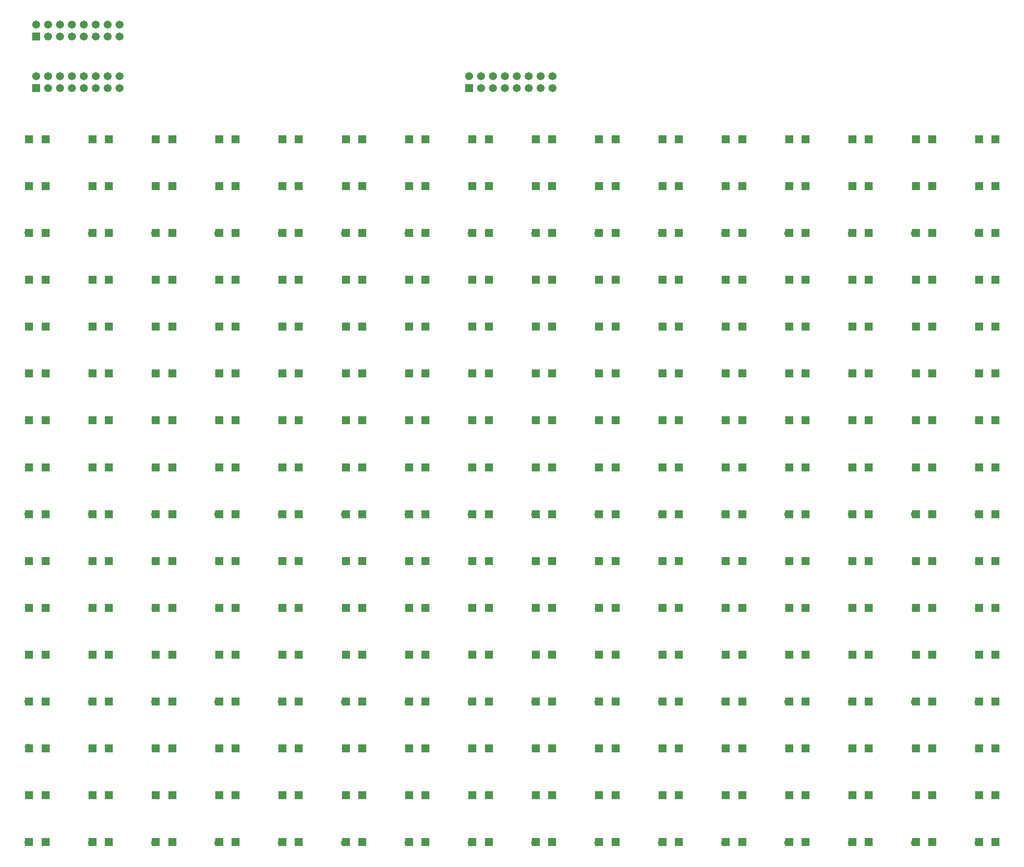
<source format=gbr>
G04 Layer_Color=8388736*
%FSLAX45Y45*%
%MOMM*%
%TF.FileFunction,Soldermask,Top*%
%TF.Part,Single*%
G01*
G75*
%TA.AperFunction,SMDPad,CuDef*%
%ADD18R,1.70320X1.70320*%
%TA.AperFunction,ComponentPad*%
%ADD19R,1.70320X1.70320*%
%ADD20C,1.70320*%
%TA.AperFunction,ViaPad*%
%ADD21C,1.47320*%
D18*
X14117000Y12625400D02*
D03*
X14467001D02*
D03*
X27616998Y11625402D02*
D03*
X27967001D02*
D03*
X28966998Y11625397D02*
D03*
X29317001D02*
D03*
X19516998Y11625402D02*
D03*
X19867001D02*
D03*
X28966998Y26625397D02*
D03*
X29317001D02*
D03*
X27616992D02*
D03*
X27966995D02*
D03*
X26266998D02*
D03*
X26617001D02*
D03*
X24916998D02*
D03*
X25267001D02*
D03*
X23566998D02*
D03*
X23917001D02*
D03*
X22216994D02*
D03*
X22566995D02*
D03*
X20866998D02*
D03*
X21217001D02*
D03*
X19516998D02*
D03*
X19867001D02*
D03*
X18166998D02*
D03*
X18517001D02*
D03*
X16817000D02*
D03*
X17167001D02*
D03*
X15467000D02*
D03*
X15817001D02*
D03*
X14117000D02*
D03*
X14467001D02*
D03*
X12767000D02*
D03*
X13117001D02*
D03*
X11417000D02*
D03*
X11767002D02*
D03*
X10067000D02*
D03*
X10417002D02*
D03*
X8716996D02*
D03*
X9066997D02*
D03*
X28966998Y25625394D02*
D03*
X29317001D02*
D03*
X27616992D02*
D03*
X27966995D02*
D03*
X26266992D02*
D03*
X26616995D02*
D03*
X24916994D02*
D03*
X25266995D02*
D03*
X23566998D02*
D03*
X23917001D02*
D03*
X22216994D02*
D03*
X22566995D02*
D03*
X20866998D02*
D03*
X21217001D02*
D03*
X19516998D02*
D03*
X19867001D02*
D03*
X18166998D02*
D03*
X18517001D02*
D03*
X16816995D02*
D03*
X17166995D02*
D03*
X15466995D02*
D03*
X15816997D02*
D03*
X14117000D02*
D03*
X14467001D02*
D03*
X12767000D02*
D03*
X13117001D02*
D03*
X11417000D02*
D03*
X11767002D02*
D03*
X10067000D02*
D03*
X10417002D02*
D03*
X8717001D02*
D03*
X9067002D02*
D03*
X28966998Y24625397D02*
D03*
X29317001D02*
D03*
X27616992D02*
D03*
X27966995D02*
D03*
X26266992D02*
D03*
X26616995D02*
D03*
X24916994D02*
D03*
X25266995D02*
D03*
X23566994D02*
D03*
X23916995D02*
D03*
X22216998D02*
D03*
X22567001D02*
D03*
X20866994D02*
D03*
X21216995D02*
D03*
X19516998D02*
D03*
X19867001D02*
D03*
X18166994D02*
D03*
X18516995D02*
D03*
X16816995D02*
D03*
X17166995D02*
D03*
X15466995D02*
D03*
X15816997D02*
D03*
X14117000D02*
D03*
X14467001D02*
D03*
X12767000D02*
D03*
X13117001D02*
D03*
X11417000D02*
D03*
X11767002D02*
D03*
X10067000D02*
D03*
X10417002D02*
D03*
X8716996D02*
D03*
X9066997D02*
D03*
X28966998Y23625398D02*
D03*
X29317001D02*
D03*
X27616998Y23625394D02*
D03*
X27967001D02*
D03*
X26266998D02*
D03*
X26617001D02*
D03*
X24916998D02*
D03*
X25267001D02*
D03*
X23566998D02*
D03*
X23917001D02*
D03*
X22216994D02*
D03*
X22566995D02*
D03*
X20866994D02*
D03*
X21216995D02*
D03*
X19516994D02*
D03*
X19866995D02*
D03*
X18166998D02*
D03*
X18517001D02*
D03*
X16816995D02*
D03*
X17166995D02*
D03*
X15466995D02*
D03*
X15816997D02*
D03*
X14116995D02*
D03*
X14466997D02*
D03*
X12767000D02*
D03*
X13117001D02*
D03*
X11416995D02*
D03*
X11766997D02*
D03*
X10067000D02*
D03*
X10417002D02*
D03*
X8717001D02*
D03*
X9067002D02*
D03*
X28966998Y22625395D02*
D03*
X29317001D02*
D03*
X27616998D02*
D03*
X27967001D02*
D03*
X26266998D02*
D03*
X26617001D02*
D03*
X24916998D02*
D03*
X25267001D02*
D03*
X23566998D02*
D03*
X23917001D02*
D03*
X22216994D02*
D03*
X22566995D02*
D03*
X20866994D02*
D03*
X21216995D02*
D03*
X19516998D02*
D03*
X19867001D02*
D03*
X18166994D02*
D03*
X18516995D02*
D03*
X16817000D02*
D03*
X17167001D02*
D03*
X15467000D02*
D03*
X15817001D02*
D03*
X14117000D02*
D03*
X14467001D02*
D03*
X12767000D02*
D03*
X13117001D02*
D03*
X11417000D02*
D03*
X11767002D02*
D03*
X10067000D02*
D03*
X10417002D02*
D03*
X8717001D02*
D03*
X9067002D02*
D03*
X28966998Y21625397D02*
D03*
X29317001D02*
D03*
X27616992D02*
D03*
X27966995D02*
D03*
X26266992D02*
D03*
X26616995D02*
D03*
X24916994D02*
D03*
X25266995D02*
D03*
X23566994D02*
D03*
X23916995D02*
D03*
X22216994D02*
D03*
X22566995D02*
D03*
X20866998D02*
D03*
X21217001D02*
D03*
X19516994D02*
D03*
X19866995D02*
D03*
X18166994D02*
D03*
X18516995D02*
D03*
X16816995D02*
D03*
X17166995D02*
D03*
X15466995D02*
D03*
X15816997D02*
D03*
X14117000D02*
D03*
X14467001D02*
D03*
X12767000D02*
D03*
X13117001D02*
D03*
X11416995D02*
D03*
X11766997D02*
D03*
X10067000D02*
D03*
X10417002D02*
D03*
X8717001D02*
D03*
X9067002D02*
D03*
X28966998Y20625398D02*
D03*
X29317001D02*
D03*
X27616992Y20625394D02*
D03*
X27966995D02*
D03*
X26266992D02*
D03*
X26616995D02*
D03*
X24916994D02*
D03*
X25266995D02*
D03*
X23566994D02*
D03*
X23916995D02*
D03*
X22216994D02*
D03*
X22566995D02*
D03*
X20866994D02*
D03*
X21216995D02*
D03*
X19516994D02*
D03*
X19866995D02*
D03*
X18166994D02*
D03*
X18516995D02*
D03*
X16816995D02*
D03*
X17166995D02*
D03*
X15466995D02*
D03*
X15816997D02*
D03*
X14117000D02*
D03*
X14467001D02*
D03*
X12766995D02*
D03*
X13116997D02*
D03*
X11416995D02*
D03*
X11766997D02*
D03*
X10066995D02*
D03*
X10416997D02*
D03*
X8716996D02*
D03*
X9066997D02*
D03*
X28966998Y19625397D02*
D03*
X29317001D02*
D03*
X27616992D02*
D03*
X27966995D02*
D03*
X26266992D02*
D03*
X26616995D02*
D03*
X24916994D02*
D03*
X25266995D02*
D03*
X23566994D02*
D03*
X23916995D02*
D03*
X22216998D02*
D03*
X22567001D02*
D03*
X20866998D02*
D03*
X21217001D02*
D03*
X19516998D02*
D03*
X19867001D02*
D03*
X18166994D02*
D03*
X18516995D02*
D03*
X16816995D02*
D03*
X17166995D02*
D03*
X15466995D02*
D03*
X15816997D02*
D03*
X14116995D02*
D03*
X14466997D02*
D03*
X12767000D02*
D03*
X13117001D02*
D03*
X11416995D02*
D03*
X11766997D02*
D03*
X10066995D02*
D03*
X10416997D02*
D03*
X8716996D02*
D03*
X9066997D02*
D03*
X28966998Y18625398D02*
D03*
X29317001D02*
D03*
X27616992D02*
D03*
X27966995D02*
D03*
X26266992D02*
D03*
X26616995D02*
D03*
X24916994D02*
D03*
X25266995D02*
D03*
X23566994D02*
D03*
X23916995D02*
D03*
X22216994D02*
D03*
X22566995D02*
D03*
X20866994D02*
D03*
X21216995D02*
D03*
X19516994D02*
D03*
X19866995D02*
D03*
X18166994D02*
D03*
X18516995D02*
D03*
X16817000D02*
D03*
X17167001D02*
D03*
X15466995D02*
D03*
X15816997D02*
D03*
X14116995D02*
D03*
X14466997D02*
D03*
X12766995D02*
D03*
X13116997D02*
D03*
X11416995D02*
D03*
X11766997D02*
D03*
X10066995D02*
D03*
X10416997D02*
D03*
X8716996D02*
D03*
X9066997D02*
D03*
X28966998Y17625395D02*
D03*
X29317001D02*
D03*
X27616998D02*
D03*
X27967001D02*
D03*
X26266998D02*
D03*
X26617001D02*
D03*
X24916998D02*
D03*
X25267001D02*
D03*
X23566998D02*
D03*
X23917001D02*
D03*
X22216998D02*
D03*
X22567001D02*
D03*
X20866998D02*
D03*
X21217001D02*
D03*
X19516998D02*
D03*
X19867001D02*
D03*
X18166998D02*
D03*
X18517001D02*
D03*
X16817000D02*
D03*
X17167001D02*
D03*
X15467000D02*
D03*
X15817001D02*
D03*
X14117000D02*
D03*
X14467001D02*
D03*
X12767000D02*
D03*
X13117001D02*
D03*
X11417000D02*
D03*
X11767002D02*
D03*
X10067000D02*
D03*
X10417002D02*
D03*
X8717001D02*
D03*
X9067002D02*
D03*
X28966998Y16625397D02*
D03*
X29317001D02*
D03*
X27616998D02*
D03*
X27967001D02*
D03*
X26266998D02*
D03*
X26617001D02*
D03*
X24916998D02*
D03*
X25267001D02*
D03*
X23566998D02*
D03*
X23917001D02*
D03*
X22216998D02*
D03*
X22567001D02*
D03*
X20866994D02*
D03*
X21216995D02*
D03*
X19516998D02*
D03*
X19867001D02*
D03*
X18166998D02*
D03*
X18517001D02*
D03*
X16816995D02*
D03*
X17166995D02*
D03*
X15466995D02*
D03*
X15816997D02*
D03*
X14116995D02*
D03*
X14466997D02*
D03*
X12766995D02*
D03*
X13116997D02*
D03*
X11416995D02*
D03*
X11766997D02*
D03*
X10066995D02*
D03*
X10416997D02*
D03*
X8716996D02*
D03*
X9066997D02*
D03*
X28966998Y15625398D02*
D03*
X29317001D02*
D03*
X27616998D02*
D03*
X27967001D02*
D03*
X26266998D02*
D03*
X26617001D02*
D03*
X24916998D02*
D03*
X25267001D02*
D03*
X23566994D02*
D03*
X23916995D02*
D03*
X22216994D02*
D03*
X22566995D02*
D03*
X20866998D02*
D03*
X21217001D02*
D03*
X19516998D02*
D03*
X19867001D02*
D03*
X18166994D02*
D03*
X18516995D02*
D03*
X16816995D02*
D03*
X17166995D02*
D03*
X15466995D02*
D03*
X15816997D02*
D03*
X14116995D02*
D03*
X14466997D02*
D03*
X12767000D02*
D03*
X13117001D02*
D03*
X11417000D02*
D03*
X11767002D02*
D03*
X10067000D02*
D03*
X10417002D02*
D03*
X8717001D02*
D03*
X9067002D02*
D03*
X28966998Y14625397D02*
D03*
X29317001D02*
D03*
X27616998Y14625401D02*
D03*
X27967001D02*
D03*
X26266992D02*
D03*
X26616995D02*
D03*
X24916994D02*
D03*
X25266995D02*
D03*
X23566994D02*
D03*
X23916995D02*
D03*
X22216994D02*
D03*
X22566995D02*
D03*
X20866994D02*
D03*
X21216995D02*
D03*
X19516994D02*
D03*
X19866995D02*
D03*
X18166994D02*
D03*
X18516995D02*
D03*
X16816995D02*
D03*
X17166995D02*
D03*
X15466995D02*
D03*
X15816997D02*
D03*
X14117000D02*
D03*
X14467001D02*
D03*
X12767000D02*
D03*
X13117001D02*
D03*
X11417000D02*
D03*
X11767002D02*
D03*
X10067000D02*
D03*
X10417002D02*
D03*
X8717001D02*
D03*
X9067002D02*
D03*
X28966998Y13625398D02*
D03*
X29317001D02*
D03*
X27616998D02*
D03*
X27967001D02*
D03*
X26266998D02*
D03*
X26617001D02*
D03*
X24916998D02*
D03*
X25267001D02*
D03*
X23566998D02*
D03*
X23917001D02*
D03*
X22216998D02*
D03*
X22567001D02*
D03*
X20866998D02*
D03*
X21217001D02*
D03*
X19516998D02*
D03*
X19867001D02*
D03*
X18166994D02*
D03*
X18516995D02*
D03*
X16817000D02*
D03*
X17167001D02*
D03*
X15467000D02*
D03*
X15817001D02*
D03*
X14116995D02*
D03*
X14466997D02*
D03*
X12766995D02*
D03*
X13116997D02*
D03*
X11417000D02*
D03*
X11767002D02*
D03*
X10066995D02*
D03*
X10416997D02*
D03*
X8716996D02*
D03*
X9066997D02*
D03*
X28966998Y12625400D02*
D03*
X29317001D02*
D03*
X27616992D02*
D03*
X27966995D02*
D03*
X26266992D02*
D03*
X26616995D02*
D03*
X24916998D02*
D03*
X25267001D02*
D03*
X23566994D02*
D03*
X23916995D02*
D03*
X22216998D02*
D03*
X22567001D02*
D03*
X20866998D02*
D03*
X21217001D02*
D03*
X19516998D02*
D03*
X19867001D02*
D03*
X18166994D02*
D03*
X18516995D02*
D03*
X16816995D02*
D03*
X17166995D02*
D03*
X15466995D02*
D03*
X15816997D02*
D03*
X12767000D02*
D03*
X13117001D02*
D03*
X11417000D02*
D03*
X11767002D02*
D03*
X10067000D02*
D03*
X10417002D02*
D03*
X8717001D02*
D03*
X9067002D02*
D03*
X26266992Y11625402D02*
D03*
X26616995D02*
D03*
X24916998D02*
D03*
X25266995D02*
D03*
X23566998D02*
D03*
X23917001D02*
D03*
X22216998D02*
D03*
X22566995D02*
D03*
X20866998D02*
D03*
X21217001D02*
D03*
X18166998D02*
D03*
X18516995D02*
D03*
X16817000D02*
D03*
X17167001D02*
D03*
X15467000D02*
D03*
X15817001D02*
D03*
X14117000D02*
D03*
X14466997D02*
D03*
X12767000D02*
D03*
X13117001D02*
D03*
X11416995D02*
D03*
X11766997D02*
D03*
X10067000D02*
D03*
X10416997D02*
D03*
X8717001D02*
D03*
X9067002D02*
D03*
D19*
X8866322Y28816000D02*
D03*
X8866318Y27715399D02*
D03*
X18098576D02*
D03*
D20*
X8866322Y29070001D02*
D03*
X9120322Y28816000D02*
D03*
Y29070001D02*
D03*
X9374322Y28816000D02*
D03*
Y29070001D02*
D03*
X9628322Y28816000D02*
D03*
Y29070001D02*
D03*
X9882322Y28816000D02*
D03*
Y29070001D02*
D03*
X10136322Y28816000D02*
D03*
Y29070001D02*
D03*
X10390322Y28816000D02*
D03*
Y29070001D02*
D03*
X10644322Y28816000D02*
D03*
Y29070001D02*
D03*
X8866318Y27969397D02*
D03*
X9120318Y27715399D02*
D03*
Y27969397D02*
D03*
X9374318Y27715399D02*
D03*
Y27969397D02*
D03*
X9628318Y27715399D02*
D03*
Y27969397D02*
D03*
X9882318Y27715399D02*
D03*
Y27969397D02*
D03*
X10136318Y27715399D02*
D03*
Y27969397D02*
D03*
X10390318Y27715399D02*
D03*
Y27969397D02*
D03*
X10644318Y27715399D02*
D03*
Y27969397D02*
D03*
X18098576D02*
D03*
X18352577Y27715399D02*
D03*
Y27969397D02*
D03*
X18606577Y27715399D02*
D03*
Y27969397D02*
D03*
X18860577Y27715399D02*
D03*
Y27969397D02*
D03*
X19114577Y27715399D02*
D03*
Y27969397D02*
D03*
X19368578Y27715399D02*
D03*
Y27969397D02*
D03*
X19622577Y27715399D02*
D03*
Y27969397D02*
D03*
X19876578Y27715399D02*
D03*
Y27969397D02*
D03*
D21*
X10420000Y14630000D02*
D03*
Y13630000D02*
D03*
Y12620000D02*
D03*
Y11630000D02*
D03*
X9070000Y18639999D02*
D03*
X9080000Y19620000D02*
D03*
X9070000Y23630000D02*
D03*
Y22630000D02*
D03*
Y21630000D02*
D03*
Y20630000D02*
D03*
X9060000Y16630000D02*
D03*
X9070000Y17620000D02*
D03*
Y14620000D02*
D03*
X9080000Y13630000D02*
D03*
X9070000Y12630000D02*
D03*
Y11630000D02*
D03*
X10040000Y11610000D02*
D03*
X11390000D02*
D03*
X12739999D02*
D03*
X14089999D02*
D03*
X15439999D02*
D03*
X16789999D02*
D03*
X18139999D02*
D03*
X19489999D02*
D03*
X20839998D02*
D03*
X22189998D02*
D03*
X23539998D02*
D03*
X24889998D02*
D03*
X26239999D02*
D03*
X27589999D02*
D03*
X28939996D02*
D03*
X8690000Y11620000D02*
D03*
X10070000Y12620000D02*
D03*
X11420000D02*
D03*
X12770000D02*
D03*
X14120000D02*
D03*
X15470000D02*
D03*
X16820000D02*
D03*
X18170000D02*
D03*
X19520000D02*
D03*
X20870000D02*
D03*
X22219998D02*
D03*
X23569998D02*
D03*
X24919998D02*
D03*
X26269998D02*
D03*
X27619998D02*
D03*
X28969998D02*
D03*
X8720000Y12630000D02*
D03*
X10050000Y13639999D02*
D03*
X11400000D02*
D03*
X12749999D02*
D03*
X14099998D02*
D03*
X15449998D02*
D03*
X16799998D02*
D03*
X18149998D02*
D03*
X19499998D02*
D03*
X20849998D02*
D03*
X22199998D02*
D03*
X23549998D02*
D03*
X24899998D02*
D03*
X26249997D02*
D03*
X27599997D02*
D03*
X28949997D02*
D03*
X8700000Y13650000D02*
D03*
X10040000Y14620000D02*
D03*
X11390000D02*
D03*
X12739999D02*
D03*
X14089999D02*
D03*
X15439999D02*
D03*
X16789999D02*
D03*
X18139999D02*
D03*
X19489999D02*
D03*
X20839998D02*
D03*
X22189998D02*
D03*
X23539998D02*
D03*
X24889998D02*
D03*
X26239999D02*
D03*
X27589999D02*
D03*
X28939996D02*
D03*
X8690000Y14630000D02*
D03*
X10070000Y15620000D02*
D03*
X11420000D02*
D03*
X12770000D02*
D03*
X14120000D02*
D03*
X15470000D02*
D03*
X16820000D02*
D03*
X18170000D02*
D03*
X19520000D02*
D03*
X20870000D02*
D03*
X22219998D02*
D03*
X23569998D02*
D03*
X24919998D02*
D03*
X26269998D02*
D03*
X27619998D02*
D03*
X28969998D02*
D03*
X8720000Y15630000D02*
D03*
X10050000Y16620000D02*
D03*
X11400000D02*
D03*
X12749999D02*
D03*
X14099998D02*
D03*
X15449998D02*
D03*
X16799998D02*
D03*
X18149998D02*
D03*
X19499998D02*
D03*
X20849998D02*
D03*
X22199998D02*
D03*
X23549998D02*
D03*
X24899998D02*
D03*
X26249997D02*
D03*
X27599997D02*
D03*
X28949997D02*
D03*
X8700000Y16630000D02*
D03*
X10050000Y17610001D02*
D03*
X11400000D02*
D03*
X12749999D02*
D03*
X14099998D02*
D03*
X15449998D02*
D03*
X16799998D02*
D03*
X18149998D02*
D03*
X19499998D02*
D03*
X20849998D02*
D03*
X22199998D02*
D03*
X23549998D02*
D03*
X24899998D02*
D03*
X26249997D02*
D03*
X27599997D02*
D03*
X28949997D02*
D03*
X8700000Y17620000D02*
D03*
X10040000Y18620000D02*
D03*
X11390000D02*
D03*
X12739999D02*
D03*
X14089999D02*
D03*
X15439999D02*
D03*
X16789999D02*
D03*
X18139999D02*
D03*
X19489999D02*
D03*
X20839998D02*
D03*
X22189998D02*
D03*
X23539998D02*
D03*
X24889998D02*
D03*
X26239999D02*
D03*
X27589999D02*
D03*
X28939996D02*
D03*
X8690000Y18630000D02*
D03*
X10050000Y19610001D02*
D03*
X11400000D02*
D03*
X12749999D02*
D03*
X14099998D02*
D03*
X15449998D02*
D03*
X16799998D02*
D03*
X18149998D02*
D03*
X19499998D02*
D03*
X20849998D02*
D03*
X22199998D02*
D03*
X23549998D02*
D03*
X24899998D02*
D03*
X26249997D02*
D03*
X27599997D02*
D03*
X28949997D02*
D03*
X8700000Y19620000D02*
D03*
X10050000Y20620000D02*
D03*
X11400000D02*
D03*
X12749999D02*
D03*
X14099998D02*
D03*
X15449998D02*
D03*
X16799998D02*
D03*
X18149998D02*
D03*
X19499998D02*
D03*
X20849998D02*
D03*
X22199998D02*
D03*
X23549998D02*
D03*
X24899998D02*
D03*
X26249997D02*
D03*
X27599997D02*
D03*
X28949997D02*
D03*
X8700000Y20630000D02*
D03*
X10050000Y21620000D02*
D03*
X11400000D02*
D03*
X12749999D02*
D03*
X14099998D02*
D03*
X15449998D02*
D03*
X16799998D02*
D03*
X18149998D02*
D03*
X19499998D02*
D03*
X20849998D02*
D03*
X22199998D02*
D03*
X23549998D02*
D03*
X24899998D02*
D03*
X26249997D02*
D03*
X27599997D02*
D03*
X28949997D02*
D03*
X8700000Y21630000D02*
D03*
X10070000Y22630000D02*
D03*
X11420000D02*
D03*
X12770000D02*
D03*
X14120000D02*
D03*
X15470000D02*
D03*
X16820000D02*
D03*
X18170000D02*
D03*
X19520000D02*
D03*
X20870000D02*
D03*
X22219998D02*
D03*
X23569998D02*
D03*
X24919998D02*
D03*
X26269998D02*
D03*
X27619998D02*
D03*
X28969998D02*
D03*
X8720000Y22639999D02*
D03*
X10070000Y23630000D02*
D03*
X11420000D02*
D03*
X12770000D02*
D03*
X14120000D02*
D03*
X15470000D02*
D03*
X16820000D02*
D03*
X18170000D02*
D03*
X19520000D02*
D03*
X20870000D02*
D03*
X22219998D02*
D03*
X23569998D02*
D03*
X24919998D02*
D03*
X26269998D02*
D03*
X27619998D02*
D03*
X28969998D02*
D03*
X8720000Y23639999D02*
D03*
X10040000Y24620000D02*
D03*
X11390000D02*
D03*
X12739999D02*
D03*
X14089999D02*
D03*
X15439999D02*
D03*
X16789999D02*
D03*
X18139999D02*
D03*
X19489999D02*
D03*
X20839998D02*
D03*
X22189998D02*
D03*
X23539998D02*
D03*
X24889998D02*
D03*
X26239999D02*
D03*
X27589999D02*
D03*
X28939996D02*
D03*
X8690000Y24630000D02*
D03*
X10060000Y25620001D02*
D03*
X11410000D02*
D03*
X12760000D02*
D03*
X14109999D02*
D03*
X15459999D02*
D03*
X16809999D02*
D03*
X18159999D02*
D03*
X19509999D02*
D03*
X20859999D02*
D03*
X22209999D02*
D03*
X23559998D02*
D03*
X24909998D02*
D03*
X26259998D02*
D03*
X27609998D02*
D03*
X28959998D02*
D03*
X8710000Y25629999D02*
D03*
X8720000Y26629999D02*
D03*
X28969998Y26620001D02*
D03*
X27619998D02*
D03*
X26269998D02*
D03*
X24919998D02*
D03*
X23569998D02*
D03*
X22219998D02*
D03*
X20870000D02*
D03*
X19520000D02*
D03*
X18170000D02*
D03*
X16820000D02*
D03*
X15470000D02*
D03*
X14120000D02*
D03*
X12770000D02*
D03*
X11420000D02*
D03*
X10070000D02*
D03*
X26617001Y26625397D02*
D03*
X23917001D02*
D03*
X21217001D02*
D03*
X18517001D02*
D03*
X15817001D02*
D03*
X13117001D02*
D03*
X10417002D02*
D03*
X9066997D02*
D03*
%TF.MD5,52efc39d31b0def612fd59d76a1e4f87*%
M02*

</source>
